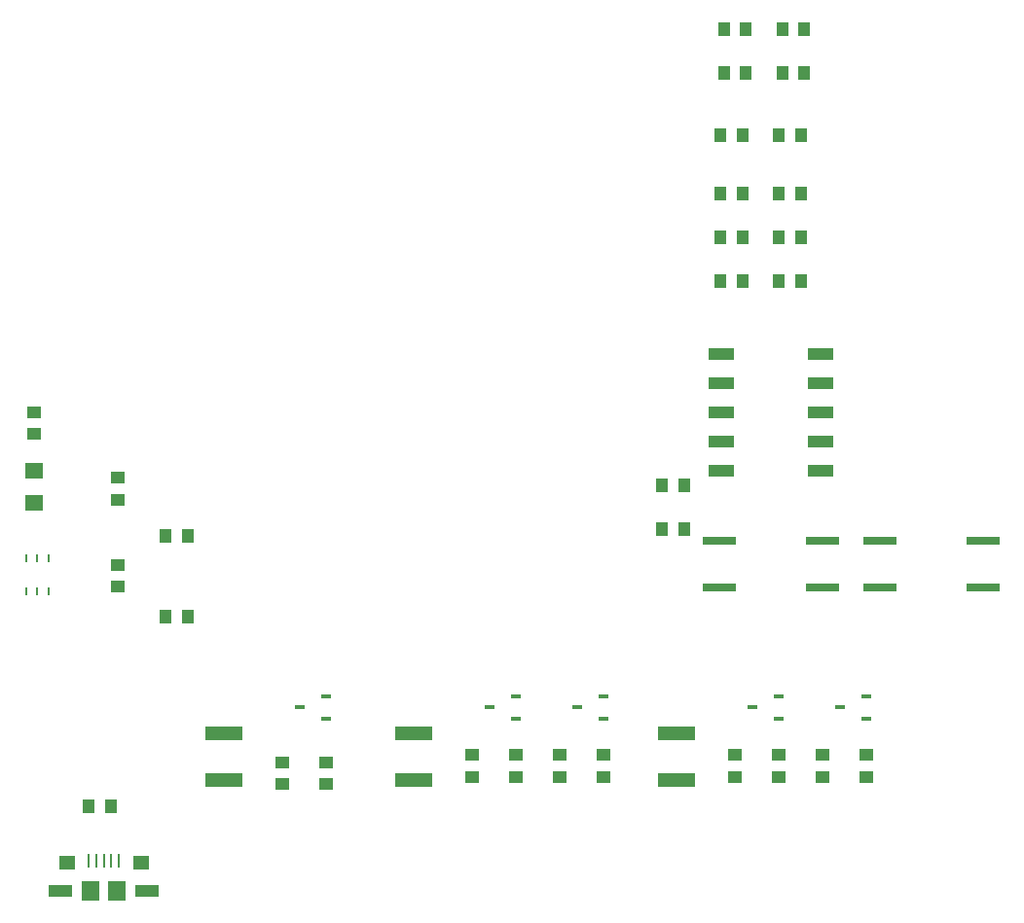
<source format=gbr>
G04 DipTrace 3.3.1.3*
G04 TopPaste.gbr*
%MOIN*%
G04 #@! TF.FileFunction,Paste,Top*
G04 #@! TF.Part,Single*
%ADD54R,0.062986X0.055112*%
%ADD56R,0.009837X0.025585*%
%ADD60R,0.033459X0.017711*%
%ADD62R,0.088183X0.040545*%
%ADD64R,0.114167X0.03149*%
%ADD66R,0.125978X0.047238*%
%ADD72R,0.062986X0.066923*%
%ADD74R,0.082671X0.043301*%
%ADD76R,0.055112X0.047238*%
%ADD78R,0.007868X0.04527*%
%ADD84R,0.043301X0.051175*%
%ADD86R,0.051175X0.043301*%
%FSLAX26Y26*%
G04*
G70*
G90*
G75*
G01*
G04 TopPaste*
%LPD*%
D86*
X781200Y1568700D3*
Y1493897D3*
Y1793700D3*
Y1868503D3*
D84*
X3131003Y3406200D3*
X3056200D3*
X3131003Y3256200D3*
X3056200D3*
X3118503Y3043700D3*
X3043700D3*
X3118503Y2843700D3*
X3043700D3*
X3118503Y2693700D3*
X3043700D3*
X3118503Y2543700D3*
X3043700D3*
D78*
X681200Y556200D3*
X706791D3*
X732381D3*
X757972D3*
X783562D3*
D76*
X606397Y547342D3*
X858365D3*
D74*
X584743Y450885D3*
X880019D3*
D72*
X687106D3*
X777657D3*
D66*
X1143700Y993700D3*
Y832283D3*
X1793700Y993700D3*
Y832283D3*
X2693700Y993700D3*
Y832283D3*
D84*
X943700Y1668700D3*
X1018503D3*
X943700Y1393700D3*
X1018503D3*
X2856200Y3406200D3*
X2931003D3*
X2856200Y3256200D3*
X2931003D3*
X2843700Y3043700D3*
X2918503D3*
X2843700Y2843700D3*
X2918503D3*
X2843700Y2693700D3*
X2918503D3*
X2843700Y2543700D3*
X2918503D3*
D86*
X493700Y2018897D3*
Y2093700D3*
D84*
X2643700Y1843700D3*
X2718503D3*
X2643700Y1693700D3*
X2718503D3*
D86*
X1343700Y818897D3*
Y893700D3*
X1493700D3*
Y818897D3*
X2143700Y918503D3*
Y843700D3*
X1993700Y918503D3*
Y843700D3*
X2443700Y918503D3*
Y843700D3*
X2293700Y918503D3*
Y843700D3*
X3043700Y918503D3*
Y843700D3*
X2893700Y918503D3*
Y843700D3*
X3343700Y918503D3*
Y843700D3*
X3193700Y918503D3*
Y843700D3*
D84*
X681200Y743700D3*
X756003D3*
D64*
X3193700Y1493700D3*
X2839369D3*
X3193700Y1651180D3*
X2839369D3*
X3743700Y1493700D3*
X3389369D3*
X3743700Y1651180D3*
X3389369D3*
D62*
X2847243Y2293700D3*
Y2193700D3*
Y2093700D3*
Y1993700D3*
Y1893700D3*
X3185826D3*
Y1993700D3*
Y2093700D3*
Y2193700D3*
Y2293700D3*
D60*
X1493700Y1043700D3*
Y1118503D3*
X1403149Y1081102D3*
X2143700Y1043700D3*
Y1118503D3*
X2053149Y1081102D3*
X2443700Y1043700D3*
Y1118503D3*
X2353149Y1081102D3*
X3043700Y1043700D3*
Y1118503D3*
X2953149Y1081102D3*
X3343700Y1043700D3*
Y1118503D3*
X3253149Y1081102D3*
D56*
X543700Y1593700D3*
X504330D3*
X464960D3*
X543700Y1479527D3*
X504330D3*
X464960D3*
D54*
X493700Y1893700D3*
Y1783464D3*
M02*

</source>
